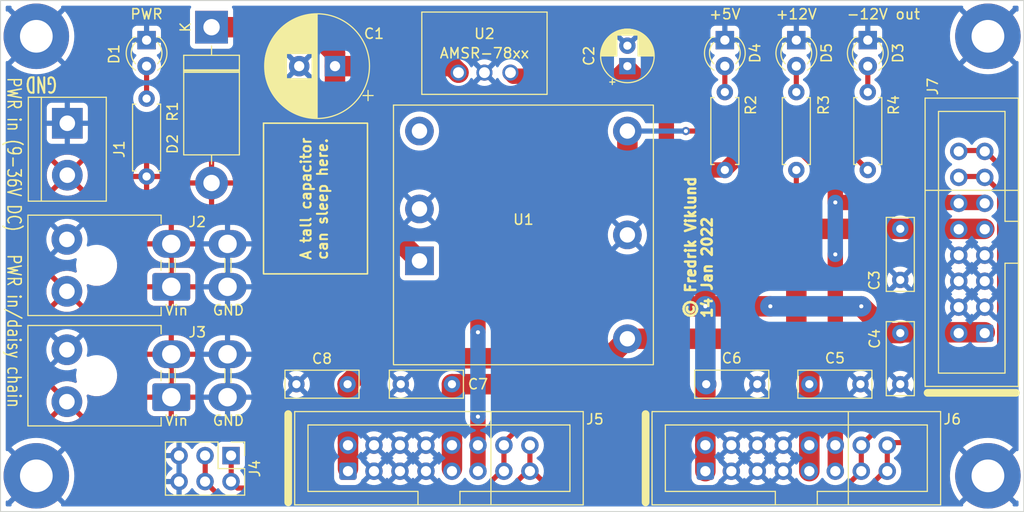
<source format=kicad_pcb>
(kicad_pcb (version 20211014) (generator pcbnew)
  (layers (0 "F.Cu" signal) (31 "B.Cu" signal) (34 "B.Paste" user) (35 "F.Paste" user) (36 "B.SilkS" user "B.Silkscreen") (37 "F.SilkS" user "F.Silkscreen") (38 "B.Mask" user) (39 "F.Mask" user) (44 "Edge.Cuts" user))
  (net 0 "")
  (net 1 "Net-(C1-Pad1)")
  (net 2 "GND")
  (net 3 "+5V")
  (net 4 "Net-(D1-Pad2)")
  (net 5 "-12V")
  (net 6 "Net-(D4-Pad2)")
  (net 7 "Net-(D5-Pad2)")
  (net 8 "+12V")
  (net 9 "Vin")
  (net 10 "Net-(D3-Pad2)")
  (net 12 "CV")
  (net 13 "GATE")
  (footprint "Resistor_THT:R_Axial_DIN0207_L6.3mm_D2.5mm_P7.62mm_Horizontal" (layer "F.Cu") (at 127.775 58.96 -90)
    (fp_text reference "R3" (at 1.27 -2.667 -270) (layer "F.SilkS"))
    (fp_text value "1K")
    (pad "1" thru_hole circle locked (at 0 0 270) (size 1.6 1.6) (drill 0.8) (layers *.Cu *.Mask) (net 7 "Net-(D5-Pad2)"))
    (pad "2" thru_hole oval locked (at 7.62 0 270) (size 1.6 1.6) (drill 0.8) (layers *.Cu *.Mask) (net 8 "+12V"))
  )
  (footprint "Capacitor_THT:C_Disc_D7.0mm_W2.5mm_P5.00mm" (layer "F.Cu") (at 94.12 87.535 180)
    (fp_text reference "C7" (at -2.54 0) (layer "F.SilkS"))
    (fp_text value "100nF")
    (pad "1" thru_hole circle locked (at 0 0 180) (size 1.6 1.6) (drill 0.8) (layers *.Cu *.Mask) (net 8 "+12V"))
    (pad "2" thru_hole circle locked (at 5 0 180) (size 1.6 1.6) (drill 0.8) (layers *.Cu *.Mask) (net 2 "GND"))
  )
  (footprint "Fredriks Footprints:R-785.0-0.5" (layer "F.Cu") (at 94.755 57.055)
    (fp_text reference "U2" (at 2.54 -3.805) (layer "F.SilkS"))
    (fp_text value "AMSR-78xx" (at 2.54 -1.9) (layer "F.SilkS"))
    (pad "1" thru_hole circle locked (at 0 -0.000001) (size 1.5748 1.5748) (drill 1.0668) (layers *.Cu *.Mask) (net 1 "Net-(C1-Pad1)"))
    (pad "2" thru_hole circle locked (at 2.54 -0.000001) (size 1.5748 1.5748) (drill 1.0668) (layers *.Cu *.Mask) (net 2 "GND"))
    (pad "3" thru_hole circle locked (at 5.08 -0.000001) (size 1.5748 1.5748) (drill 1.0668) (layers *.Cu *.Mask) (net 3 "+5V"))
  )
  (footprint "Resistor_THT:R_Axial_DIN0207_L6.3mm_D2.5mm_P7.62mm_Horizontal" (layer "F.Cu") (at 120.79 58.96 -90)
    (fp_text reference "R2" (at 1.27 -2.54 -270) (layer "F.SilkS"))
    (fp_text value "330")
    (pad "1" thru_hole circle locked (at 0 0 270) (size 1.6 1.6) (drill 0.8) (layers *.Cu *.Mask) (net 6 "Net-(D4-Pad2)"))
    (pad "2" thru_hole oval locked (at 7.62 0 270) (size 1.6 1.6) (drill 0.8) (layers *.Cu *.Mask) (net 3 "+5V"))
  )
  (footprint "MountingHole:MountingHole_3.2mm_M3_Pad" (layer "F.Cu") (at 146.5 96.5)
    (fp_text reference "H2" hide)
    (fp_text value "MountingHole" hide)
    (pad "1" thru_hole circle locked (at 0 0) (size 6.4 6.4) (drill 3.2) (layers *.Cu *.Mask) (net 2 "GND"))
  )
  (footprint "Fredriks Footprints:Molex_Mini-Fit_Jr_5569-04A2_2x02_P4.20mm_Horizontal - Vin_GND" (layer "F.Cu") (at 66.688 88.805 90)
    (fp_text reference "J3" (at 6.35 2.54) (layer "F.SilkS"))
    (fp_text value "PWR")
    (fp_text user "GND" (at -2.286 5.588 unlocked) (layer "F.SilkS"))
    (fp_text user "Vin" (at -2.286 0.508 unlocked) (layer "F.SilkS"))
    (pad "" np_thru_hole circle (at 2.1 -7.3 90) (size 3 3) (drill 3) (layers *.Cu *.Mask))
    (pad "1" thru_hole circle (at -0.44 -10.2 90) (size 3 3) (drill 1.52) (layers *.Cu *.Mask) (net 9 "Vin"))
    (pad "1" thru_hole roundrect (at 0 0 90) (size 2.7 3.7) (drill 1.8) (layers *.Cu *.Mask) (roundrect_rratio 0.092593) (net 9 "Vin"))
    (pad "2" thru_hole oval (at 4.2 0 90) (size 2.7 3.7) (drill 1.8) (layers *.Cu *.Mask) (net 9 "Vin"))
    (pad "3" thru_hole oval (at 0 5.5 90) (size 2.7 3.7) (drill 1.8) (layers *.Cu *.Mask) (net 2 "GND"))
    (pad "3" thru_hole circle (at 4.64 -10.2 90) (size 3 3) (drill 1.52) (layers *.Cu *.Mask) (net 2 "GND"))
    (pad "4" thru_hole oval (at 4.2 5.5 90) (size 2.7 3.7) (drill 1.8) (layers *.Cu *.Mask) (net 2 "GND"))
  )
  (footprint "MountingHole:MountingHole_3.2mm_M3_Pad" (layer "F.Cu") (at 53.5 53.5)
    (fp_text reference "H3" hide)
    (fp_text value "MountingHole" hide)
    (pad "1" thru_hole circle locked (at 0 0) (size 6.4 6.4) (drill 3.2) (layers *.Cu *.Mask) (net 2 "GND"))
  )
  (footprint "Capacitor_THT:C_Disc_D7.0mm_W2.5mm_P5.00mm" (layer "F.Cu") (at 137.935 87.535 90)
    (fp_text reference "C4" (at 4.445 -2.5 90) (layer "F.SilkS"))
    (fp_text value "100nF")
    (pad "1" thru_hole circle locked (at 0 0 90) (size 1.6 1.6) (drill 0.8) (layers *.Cu *.Mask) (net 2 "GND"))
    (pad "2" thru_hole circle locked (at 5 0 90) (size 1.6 1.6) (drill 0.8) (layers *.Cu *.Mask) (net 5 "-12V"))
  )
  (footprint "Resistor_THT:R_Axial_DIN0207_L6.3mm_D2.5mm_P7.62mm_Horizontal" (layer "F.Cu") (at 134.76 66.58 90)
    (fp_text reference "R4" (at 6.35 2.54 90) (layer "F.SilkS"))
    (fp_text value "1K")
    (pad "1" thru_hole circle locked (at 0 0 90) (size 1.6 1.6) (drill 0.8) (layers *.Cu *.Mask) (net 5 "-12V"))
    (pad "2" thru_hole oval locked (at 7.62 0 90) (size 1.6 1.6) (drill 0.8) (layers *.Cu *.Mask) (net 10 "Net-(D3-Pad2)"))
  )
  (footprint "Capacitor_THT:CP_Radial_D5.0mm_P2.00mm" (layer "F.Cu") (at 111.265 56.42 90)
    (fp_text reference "C2" (at 1 -3.75 90) (layer "F.SilkS"))
    (fp_text value "22u")
    (pad "1" thru_hole rect locked (at 0 0 90) (size 1.6 1.6) (drill 0.8) (layers *.Cu *.Mask) (net 3 "+5V"))
    (pad "2" thru_hole circle locked (at 2 0 90) (size 1.6 1.6) (drill 0.8) (layers *.Cu *.Mask) (net 2 "GND"))
  )
  (footprint "Capacitor_THT:C_Disc_D7.0mm_W2.5mm_P5.00mm" (layer "F.Cu") (at 123.965 87.535 180)
    (fp_text reference "C6" (at 2.5 2.54) (layer "F.SilkS"))
    (fp_text value "100nF")
    (pad "1" thru_hole circle locked (at 0 0 180) (size 1.6 1.6) (drill 0.8) (layers *.Cu *.Mask) (net 2 "GND"))
    (pad "2" thru_hole circle locked (at 5 0 180) (size 1.6 1.6) (drill 0.8) (layers *.Cu *.Mask) (net 5 "-12V"))
  )
  (footprint "Resistor_THT:R_Axial_DIN0207_L6.3mm_D2.5mm_P7.62mm_Horizontal" (layer "F.Cu") (at 64.275 59.595 -90)
    (fp_text reference "R1" (at 1.27 -2.54 90) (layer "F.SilkS"))
    (fp_text value "2.2K")
    (pad "1" thru_hole circle locked (at 0 0 270) (size 1.6 1.6) (drill 0.8) (layers *.Cu *.Mask) (net 4 "Net-(D1-Pad2)"))
    (pad "2" thru_hole oval locked (at 7.62 0 270) (size 1.6 1.6) (drill 0.8) (layers *.Cu *.Mask) (net 9 "Vin"))
  )
  (footprint "MountingHole:MountingHole_3.2mm_M3_Pad" (layer "F.Cu") (at 53.5 96.5)
    (fp_text reference "H4" hide)
    (fp_text value "MountingHole" hide)
    (pad "1" thru_hole circle locked (at 0 0) (size 6.4 6.4) (drill 3.2) (layers *.Cu *.Mask) (net 2 "GND"))
  )
  (footprint "Capacitor_THT:CP_Radial_D10.0mm_P3.50mm" (layer "F.Cu") (at 82.69 56.42 180)
    (fp_text reference "C1" (at -3.81 3.175) (layer "F.SilkS"))
    (fp_text value "120u")
    (pad "1" thru_hole rect locked (at 0 0 180) (size 2 2) (drill 1) (layers *.Cu *.Mask) (net 1 "Net-(C1-Pad1)"))
    (pad "2" thru_hole circle locked (at 3.5 0 180) (size 2 2) (drill 1) (layers *.Cu *.Mask) (net 2 "GND"))
  )
  (footprint "LED_THT:LED_D3.0mm" (layer "F.Cu") (at 120.79 53.875 -90)
    (fp_text reference "D4" (at 1.27 -2.96 -270) (layer "F.SilkS"))
    (fp_text value "+5V" hide)
    (fp_text user "+5V" (at -2.54 0 unlocked) (layer "F.SilkS"))
    (pad "1" thru_hole rect locked (at 0 0 270) (size 1.8 1.8) (drill 0.9) (layers *.Cu *.Mask) (net 2 "GND"))
    (pad "2" thru_hole circle locked (at 2.54 0 270) (size 1.8 1.8) (drill 0.9) (layers *.Cu *.Mask) (net 6 "Net-(D4-Pad2)"))
  )
  (footprint "Fredriks Footprints:Molex_Mini-Fit_Jr_5569-04A2_2x02_P4.20mm_Horizontal - Vin_GND" (layer "F.Cu") (at 66.688 78.01 90)
    (fp_text reference "J2" (at 6.35 2.54) (layer "F.SilkS"))
    (fp_text value "PWR")
    (fp_text user "Vin" (at -2.286 0.508 unlocked) (layer "F.SilkS"))
    (fp_text user "GND" (at -2.286 5.588 unlocked) (layer "F.SilkS"))
    (pad "" np_thru_hole circle (at 2.1 -7.3 90) (size 3 3) (drill 3) (layers *.Cu *.Mask))
    (pad "1" thru_hole circle (at -0.44 -10.2 90) (size 3 3) (drill 1.52) (layers *.Cu *.Mask) (net 9 "Vin"))
    (pad "1" thru_hole roundrect (at 0 0 90) (size 2.7 3.7) (drill 1.8) (layers *.Cu *.Mask) (roundrect_rratio 0.092593) (net 9 "Vin"))
    (pad "2" thru_hole oval (at 4.2 0 90) (size 2.7 3.7) (drill 1.8) (layers *.Cu *.Mask) (net 9 "Vin"))
    (pad "3" thru_hole circle (at 4.64 -10.2 90) (size 3 3) (drill 1.52) (layers *.Cu *.Mask) (net 2 "GND"))
    (pad "3" thru_hole oval (at 0 5.5 90) (size 2.7 3.7) (drill 1.8) (layers *.Cu *.Mask) (net 2 "GND"))
    (pad "4" thru_hole oval (at 4.2 5.5 90) (size 2.7 3.7) (drill 1.8) (layers *.Cu *.Mask) (net 2 "GND"))
  )
  (footprint "Capacitor_THT:C_Disc_D7.0mm_W2.5mm_P5.00mm" (layer "F.Cu") (at 137.935 72.335 -90)
    (fp_text reference "C3" (at 5.04 2.54 90) (layer "F.SilkS"))
    (fp_text value "100nF")
    (pad "1" thru_hole circle locked (at 0 0 270) (size 1.6 1.6) (drill 0.8) (layers *.Cu *.Mask) (net 8 "+12V"))
    (pad "2" thru_hole circle locked (at 5 0 270) (size 1.6 1.6) (drill 0.8) (layers *.Cu *.Mask) (net 2 "GND"))
  )
  (footprint "Fredriks Footprints:IDC-Header_2x08_vert_Eurorack_PWR_combo" (layer "F.Cu") (at 118.885 96.044 90)
    (fp_text reference "J6" (at 5.08 24.13 unlocked) (layer "F.SilkS"))
    (fp_text value "PWR_out_2")
    (pad "1" thru_hole roundrect (at 0 0 90) (size 1.7 1.7) (drill 1) (layers *.Cu *.Mask) (roundrect_rratio 0.147059) (net 5 "-12V"))
    (pad "2" thru_hole circle (at 2.54 0 90) (size 1.7 1.7) (drill 1) (layers *.Cu *.Mask) (net 5 "-12V"))
    (pad "3" thru_hole circle (at 0 2.54 90) (size 1.7 1.7) (drill 1) (layers *.Cu *.Mask) (net 2 "GND"))
    (pad "4" thru_hole circle (at 2.54 2.54 90) (size 1.7 1.7) (drill 1) (layers *.Cu *.Mask) (net 2 "GND"))
    (pad "5" thru_hole circle (at 0 5.08 90) (size 1.7 1.7) (drill 1) (layers *.Cu *.Mask) (net 2 "GND"))
    (pad "6" thru_hole circle (at 2.54 5.08 90) (size 1.7 1.7) (drill 1) (layers *.Cu *.Mask) (net 2 "GND"))
    (pad "7" thru_hole circle (at 0 7.62 90) (size 1.7 1.7) (drill 1) (layers *.Cu *.Mask) (net 2 "GND"))
    (pad "8" thru_hole circle (at 2.54 7.62 90) (size 1.7 1.7) (drill 1) (layers *.Cu *.Mask) (net 2 "GND"))
    (pad "9" thru_hole circle (at 0 10.16 90) (size 1.7 1.7) (drill 1) (layers *.Cu *.Mask) (net 8 "+12V"))
    (pad "10" thru_hole circle (at 2.54 10.16 90) (size 1.7 1.7) (drill 1) (layers *.Cu *.Mask) (net 8 "+12V"))
    (pad "11" thru_hole circle (at 0 12.7 90) (size 1.7 1.7) (drill 1) (layers *.Cu *.Mask) (net 3 "+5V"))
    (pad "12" thru_hole circle (at 2.54 12.7 90) (size 1.7 1.7) (drill 1) (layers *.Cu *.Mask) (net 3 "+5V"))
    (pad "13" thru_hole circle (at 0 15.24 90) (size 1.7 1.7) (drill 1) (layers *.Cu *.Mask) (net 12 "CV"))
    (pad "14" thru_hole circle (at 2.54 15.24 90) (size 1.7 1.7) (drill 1) (layers *.Cu *.Mask) (net 12 "CV"))
    (pad "15" thru_hole circle (at 0 17.78 90) (size 1.7 1.7) (drill 1) (layers *.Cu *.Mask) (net 13 "GATE"))
    (pad "16" thru_hole circle (at 2.54 17.78 90) (size 1.7 1.7) (drill 1) (layers *.Cu *.Mask) (net 13 "GATE"))
  )
  (footprint "Fredriks Footprints:DKMW30" (layer "F.Cu") (at 101.105 72.93)
    (fp_text reference "U1" (at 0 -1.5 unlocked) (layer "F.SilkS"))
    (fp_text value "TDK CCG30-48-12D")
    (pad "1" thru_hole rect (at -10.16 2.54 90) (size 2.8 2.8) (drill 1.5) (layers *.Cu *.Mask) (net 1 "Net-(C1-Pad1)"))
    (pad "2" thru_hole circle (at -10.16 -2.54 90) (size 2.8 2.8) (drill 1.5) (layers *.Cu *.Mask) (net 2 "GND"))
    (pad "3" thru_hole circle (at 10.16 10.16 90) (size 2.8 2.8) (drill 1.5) (layers *.Cu *.Mask) (net 8 "+12V"))
    (pad "4" thru_hole circle (at 10.16 0 90) (size 2.8 2.8) (drill 1.5) (layers *.Cu *.Mask) (net 2 "GND"))
    (pad "5" thru_hole circle (at 10.16 -10.16 90) (size 2.8 2.8) (drill 1.5) (layers *.Cu *.Mask) (net 5 "-12V"))
    (pad "6" thru_hole circle (at -10.16 -10.16 90) (size 2.8 2.8) (drill 1.5) (layers *.Cu *.Mask))
  )
  (footprint "MountingHole:MountingHole_3.2mm_M3_Pad" (layer "F.Cu") (at 146.5 53.5)
    (fp_text reference "H1" hide)
    (fp_text value "MountingHole" hide)
    (pad "1" thru_hole circle locked (at 0 0) (size 6.4 6.4) (drill 3.2) (layers *.Cu *.Mask) (net 2 "GND"))
  )
  (footprint "Connector_PinHeader_2.54mm:PinHeader_2x03_P2.54mm_Vertical" (layer "F.Cu") (at 72.53 94.52 -90)
    (fp_text reference "J4" (at 1.27 -2.33 90) (layer "F.SilkS"))
    (fp_text value "CV_GATE")
    (pad "1" thru_hole rect locked (at 0 0 270) (size 1.7 1.7) (drill 1) (layers *.Cu *.Mask) (net 12 "CV"))
    (pad "2" thru_hole oval locked (at 2.54 0 270) (size 1.7 1.7) (drill 1) (layers *.Cu *.Mask) (net 12 "CV"))
    (pad "3" thru_hole oval locked (at 0 2.54 270) (size 1.7 1.7) (drill 1) (layers *.Cu *.Mask) (net 13 "GATE"))
    (pad "4" thru_hole oval locked (at 2.54 2.54 270) (size 1.7 1.7) (drill 1) (layers *.Cu *.Mask) (net 13 "GATE"))
    (pad "5" thru_hole oval locked (at 0 5.08 270) (size 1.7 1.7) (drill 1) (layers *.Cu *.Mask) (net 2 "GND"))
    (pad "6" thru_hole oval locked (at 2.54 5.08 270) (size 1.7 1.7) (drill 1) (layers *.Cu *.Mask) (net 2 "GND"))
  )
  (footprint "LED_THT:LED_D3.0mm" (layer "F.Cu") (at 127.775 53.875 -90)
    (fp_text reference "D5" (at 1.27 -2.96 -270) (layer "F.SilkS"))
    (fp_text value "+12V" hide)
    (fp_text user "+12V" (at -2.54 0 unlocked) (layer "F.SilkS"))
    (pad "1" thru_hole rect locked (at 0 0 270) (size 1.8 1.8) (drill 0.9) (layers *.Cu *.Mask) (net 2 "GND"))
    (pad "2" thru_hole circle locked (at 2.54 0 270) (size 1.8 1.8) (drill 0.9) (layers *.Cu *.Mask) (net 7 "Net-(D5-Pad2)"))
  )
  (footprint "LED_THT:LED_D3.0mm" (layer "F.Cu") (at 64.275 53.875 -90)
    (fp_text reference "D1" (at 1.366487 3.175 90) (layer "F.SilkS"))
    (fp_text value "LED_IN" hide)
    (fp_text user "PWR" (at -2.54 0 unlocked) (layer "F.SilkS"))
    (pad "1" thru_hole rect locked (at 0 0 270) (size 1.8 1.8) (drill 0.9) (layers *.Cu *.Mask) (net 2 "GND"))
    (pad "2" thru_hole circle locked (at 2.54 0 270) (size 1.8 1.8) (drill 0.9) (layers *.Cu *.Mask) (net 4 "Net-(D1-Pad2)"))
  )
  (footprint "Fredriks Footprints:IDC-Header_2x08_vert_Eurorack_PWR_combo" (layer "F.Cu") (at 146.19 82.54 180)
    (fp_text reference "J7" (at 5.08 24.13 90 unlocked) (layer "F.SilkS"))
    (fp_text value "PWR_out_3")
    (pad "1" thru_hole roundrect (at 0 0 180) (size 1.7 1.7) (drill 1) (layers *.Cu *.Mask) (roundrect_rratio 0.147059) (net 5 "-12V"))
    (pad "2" thru_hole circle (at 2.54 0 180) (size 1.7 1.7) (drill 1) (layers *.Cu *.Mask) (net 5 "-12V"))
    (pad "3" thru_hole circle (at 0 2.54 180) (size 1.7 1.7) (drill 1) (layers *.Cu *.Mask) (net 2 "GND"))
    (pad "4" thru_hole circle (at 2.54 2.54 180) (size 1.7 1.7) (drill 1) (layers *.Cu *.Mask) (net 2 "GND"))
    (pad "5" thru_hole circle (at 0 5.08 180) (size 1.7 1.7) (drill 1) (layers *.Cu *.Mask) (net 2 "GND"))
    (pad "6" thru_hole circle (at 2.54 5.08 180) (size 1.7 1.7) (drill 1) (layers *.Cu *.Mask) (net 2 "GND"))
    (pad "7" thru_hole circle (at 0 7.62 180) (size 1.7 1.7) (drill 1) (layers *.Cu *.Mask) (net 2 "GND"))
    (pad "8" thru_hole circle (at 2.54 7.62 180) (size 1.7 1.7) (drill 1) (layers *.Cu *.Mask) (net 2 "GND"))
    (pad "9" thru_hole circle (at 0 10.16 180) (size 1.7 1.7) (drill 1) (layers *.Cu *.Mask) (net 8 "+12V"))
    (pad "10" thru_hole circle (at 2.54 10.16 180) (size 1.7 1.7) (drill 1) (layers *.Cu *.Mask) (net 8 "+12V"))
    (pad "11" thru_hole circle (at 0 12.7 180) (size 1.7 1.7) (drill 1) (layers *.Cu *.Mask) (net 3 "+5V"))
    (pad "12" thru_hole circle (at 2.54 12.7 180) (size 1.7 1.7) (drill 1) (layers *.Cu *.Mask) (net 3 "+5V"))
    (pad "13" thru_hole circle (at 0 15.24 180) (size 1.7 1.7) (drill 1) (layers *.Cu *.Mask) (net 12 "CV"))
    (pad "14" thru_hole circle (at 2.54 15.24 180) (size 1.7 1.7) (drill 1) (layers *.Cu *.Mask) (net 12 "CV"))
    (pad "15" thru_hole circle (at 0 17.78 180) (size 1.7 1.7) (drill 1) (layers *.Cu *.Mask) (net 13 "GATE"))
    (pad "16" thru_hole circle (at 2.54 17.78 180) (size 1.7 1.7) (drill 1) (layers *.Cu *.Mask) (net 13 "GATE"))
  )
  (footprint "Capacitor_THT:C_Disc_D7.0mm_W2.5mm_P5.00mm" (layer "F.Cu") (at 78.92 87.535)
    (fp_text reference "C8" (at 2.5 -2.5) (layer "F.SilkS"))
    (fp_text value "100nF")
    (pad "1" thru_hole circle locked (at 0 0) (size 1.6 1.6) (drill 0.8) (layers *.Cu *.Mask) (net 2 "GND"))
    (pad "2" thru_hole circle locked (at 5 0) (size 1.6 1.6) (drill 0.8) (layers *.Cu *.Mask) (net 5 "-12V"))
  )
  (footprint "Fredriks Footprints:IDC-Header_2x08_vert_Eurorack_PWR_combo" (layer "F.Cu") (at 83.96 96.044 90)
    (fp_text reference "J5" (at 5.08 24.13 unlocked) (layer "F.SilkS"))
    (fp_text value "PWR_out_1")
    (pad "1" thru_hole roundrect (at 0 0 90) (size 1.7 1.7) (drill 1) (layers *.Cu *.Mask) (roundrect_rratio 0.147059) (net 5 "-12V"))
    (pad "2" thru_hole circle (at 2.54 0 90) (size 1.7 1.7) (drill 1) (layers *.Cu *.Mask) (net 5 "-12V"))
    (pad "3" thru_hole circle (at 0 2.54 90) (size 1.7 1.7) (drill 1) (layers *.Cu *.Mask) (net 2 "GND"))
    (pad "4" thru_hole circle (at 2.54 2.54 90) (size 1.7 1.7) (drill 1) (layers *.Cu *.Mask) (net 2 "GND"))
    (pad "5" thru_hole circle (at 0 5.08 90) (size 1.7 1.7) (drill 1) (layers *.Cu *.Mask) (net 2 "GND"))
    (pad "6" thru_hole circle (at 2.54 5.08 90) (size 1.7 1.7) (drill 1) (layers *.Cu *.Mask) (net 2 "GND"))
    (pad "7" thru_hole circle (at 0 7.62 90) (size 1.7 1.7) (drill 1) (layers *.Cu *.Mask) (net 2 "GND"))
    (pad "8" thru_hole circle (at 2.54 7.62 90) (size 1.7 1.7) (drill 1) (layers *.Cu *.Mask) (net 2 "GND"))
    (pad "9" thru_hole circle (at 0 10.16 90) (size 1.7 1.7) (drill 1) (layers *.Cu *.Mask) (net 8 "+12V"))
    (pad "10" thru_hole circle (at 2.54 10.16 90) (size 1.7 1.7) (drill 1) (layers *.Cu *.Mask) (net 8 "+12V"))
    (pad "11" thru_hole circle (at 0 12.7 90) (size 1.7 1.7) (drill 1) (layers *.Cu *.Mask) (net 3 "+5V"))
    (pad "12" thru_hole circle (at 2.54 12.7 90) (size 1.7 1.7) (drill 1) (layers *.Cu *.Mask) (net 3 "+5V"))
    (pad "13" thru_hole circle (at 0 15.24 90) (size 1.7 1.7) (drill 1) (layers *.Cu *.Mask) (net 12 "CV"))
    (pad "14" thru_hole circle (at 2.54 15.24 90) (size 1.7 1.7) (drill 1) (layers *.Cu *.Mask) (net 12 "CV"))
    (pad "15" thru_hole circle (at 0 17.78 90) (size 1.7 1.7) (drill 1) (layers *.Cu *.Mask) (net 13 "GATE"))
    (pad "16" thru_hole circle (at 2.54 17.78 90) (size 1.7 1.7) (drill 1) (layers *.Cu *.Mask) (net 13 "GATE"))
  )
  (footprint "Diode_THT:D_DO-201AD_P15.24mm_Horizontal" (layer "F.Cu") (at 70.625 52.61 -90)
    (fp_text reference "D2" (at 11.43 3.81 90) (layer "F.SilkS"))
    (fp_text value "1N5400")
    (fp_text user "K" (at 0 2.54 90) (layer "F.SilkS"))
    (pad "1" thru_hole rect locked (at 0 0 270) (size 3.2 3.2) (drill 1.6) (layers *.Cu *.Mask) (net 1 "Net-(C1-Pad1)"))
    (pad "2" thru_hole oval locked (at 15.24 0 270) (size 3.2 3.2) (drill 1.6) (layers *.Cu *.Mask) (net 9 "Vin"))
  )
  (footprint "TerminalBlock:TerminalBlock_bornier-2_P5.08mm" (layer "F.Cu") (at 56.528 62.008 -90)
    (fp_text reference "J1" (at 2.54 -5.08 90) (layer "F.SilkS"))
    (fp_text value "PWR_in" hide)
    (fp_text user "PWR in (9-36V DC)" (at 3.048 5.207 -90 unlocked) (layer "F.SilkS") (effects (font (size 1.3 1))))
    (fp_text user "GND" (at -3.81 2.54 180 unlocked) (layer "F.SilkS") (effects (font (size 1.5 1) (thickness 0.2))))
    (pad "1" thru_hole rect locked (at 0 0 270) (size 3 3) (drill 1.52) (layers *.Cu *.Mask) (net 2 "GND"))
    (pad "2" thru_hole circle locked (at 5.08 0 270) (size 3 3) (drill 1.52) (layers *.Cu *.Mask) (net 9 "Vin"))
  )
  (footprint "Capacitor_THT:C_Disc_D7.0mm_W2.5mm_P5.00mm" (layer "F.Cu") (at 129.045 87.535)
    (fp_text reference "C5" (at 2.5 -2.54) (layer "F.SilkS"))
    (fp_text value "100nF")
    (pad "1" thru_hole circle locked (at 0 0) (size 1.6 1.6) (drill 0.8) (layers *.Cu *.Mask) (net 8 "+12V"))
    (pad "2" thru_hole circle locked (at 5 0) (size 1.6 1.6) (drill 0.8) (layers *.Cu *.Mask) (net 2 "GND"))
  )
  (footprint "LED_THT:LED_D3.0mm" (layer "F.Cu") (at 134.76 53.875 -90)
    (fp_text reference "D3" (at 1.27 -2.96 -270) (layer "F.SilkS"))
    (fp_text value "-12V" hide)
    (fp_text user "-12V out" (at -2.54 -1.524 unlocked) (layer "F.SilkS"))
    (pad "1" thru_hole rect locked (at 0 0 270) (size 1.8 1.8) (drill 0.9) (layers *.Cu *.Mask) (net 2 "GND"))
    (pad "2" thru_hole circle locked (at 2.54 0 270) (size 1.8 1.8) (drill 0.9) (layers *.Cu *.Mask) (net 10 "Net-(D3-Pad2)"))
  )
  (gr_rect (start 85.865 62) (end 75.705 76.74) (layer "F.SilkS") (width 0.15) (fill none))
  (gr_rect (start 150 100) (end 50 50) (layer "Edge.Cuts") (width 0.1) (fill none))
  (gr_text "© Fredrik Viklund \n14 Jan 2022" (at 118.25 81.185 90) (layer "F.SilkS") (effects (font (size 1 1) (thickness 0.25)) (justify left)))
  (gr_text "A tall capacitor \ncan sleep here." (at 80.658 75.47 90) (layer "F.SilkS") (effects (font (size 1 1) (thickness 0.2)) (justify left)))
  (gr_text "PWR in/daisy chain" (at 51.321 82.328 270) (layer "F.SilkS") (effects (font (size 1.3 1))))
  (segment (start 82.69 56.42) (end 82.69 59.595) (width 2) (layer "F.Cu") (net 1))
  (segment (start 82.69 59.595) (end 82.69 67.215) (width 2) (layer "F.Cu") (net 1))
  (segment (start 82.69 67.215) (end 90.945 75.47) (width 2) (layer "F.Cu") (net 1))
  (segment (start 80.15 52.61) (end 70.625 52.61) (width 2) (layer "F.Cu") (net 1))
  (segment (start 94.12 56.42) (end 82.69 56.42) (width 2) (layer "F.Cu") (net 1))
  (segment (start 82.69 56.42) (end 82.69 55.15) (width 2) (layer "F.Cu") (net 1))
  (segment (start 94.755 57.054999) (end 94.755 57.055) (width 2) (layer "F.Cu") (net 1))
  (segment (start 94.755 57.055) (end 94.12 56.42) (width 2) (layer "F.Cu") (net 1))
  (segment (start 82.69 55.15) (end 80.15 52.61) (width 2) (layer "F.Cu") (net 1))
  (segment (start 127.992037 64.04) (end 131.585 67.632963) (width 1.5) (layer "F.Cu") (net 3))
  (segment (start 99.835 57.115354) (end 100.122323 57.402677) (width 1.5) (layer "F.Cu") (net 3))
  (segment (start 111.265 58.96) (end 96.66 73.565) (width 1.5) (layer "F.Cu") (net 3))
  (segment (start 143.65 69.755) (end 131.585 69.755) (width 1.5) (layer "F.Cu") (net 3))
  (segment (start 111.265 56.42) (end 111.265 58.96) (width 1.5) (layer "F.Cu") (net 3))
  (segment (start 146.19 69.755) (end 143.65 69.755) (width 1.5) (layer "F.Cu") (net 3))
  (segment (start 123.33 64.04) (end 127.992037 64.04) (width 1.5) (layer "F.Cu") (net 3))
  (segment (start 120.79 66.58) (end 115.71 66.58) (width 1.5) (layer "F.Cu") (net 3))
  (segment (start 99.835 57.054999) (end 99.835 57.115354) (width 1.5) (layer "F.Cu") (net 3))
  (segment (start 115.71 66.58) (end 115.075 65.945) (width 1.5) (layer "F.Cu") (net 3))
  (segment (start 131.585 67.632963) (end 131.585 69.755) (width 1.5) (layer "F.Cu") (net 3))
  (segment (start 115.075 60.23) (end 115.075 65.945) (width 1.5) (layer "F.Cu") (net 3))
  (segment (start 96.66 73.565) (end 96.66 82.455) (width 1.5) (layer "F.Cu") (net 3))
  (segment (start 131.585 93.504) (end 131.585 74.835) (width 1.5) (layer "F.Cu") (net 3))
  (segment (start 120.79 66.58) (end 123.33 64.04) (width 1.5) (layer "F.Cu") (net 3))
  (segment (start 131.585 96.044) (end 131.585 93.504) (width 1.5) (layer "F.Cu") (net 3))
  (segment (start 111.265 56.42) (end 115.075 60.23) (width 1.5) (layer "F.Cu") (net 3))
  (segment (start 100.122323 57.402677) (end 110.282323 57.402677) (width 1.5) (layer "F.Cu") (net 3))
  (segment (start 110.282323 57.402677) (end 111.265 56.42) (width 1.5) (layer "F.Cu") (net 3))
  (segment (start 96.66 95.79) (end 96.66 90.71) (width 1.5) (layer "F.Cu") (net 3))
  (via (at 131.585 69.755) (size 0.8) (drill 0.4) (layers "F.Cu" "B.Cu") (net 3))
  (via (at 96.66 82.455) (size 0.8) (drill 0.4) (layers "F.Cu" "B.Cu") (net 3))
  (via (at 96.66 90.71) (size 0.8) (drill 0.4) (layers "F.Cu" "B.Cu") (net 3))
  (via (at 131.585 74.835) (size 0.8) (drill 0.4) (layers "F.Cu" "B.Cu") (net 3))
  (segment (start 96.66 82.455) (end 96.66 90.71) (width 1.5) (layer "B.Cu") (net 3))
  (segment (start 131.585 74.835) (end 131.585 69.755) (width 1.5) (layer "B.Cu") (net 3))
  (segment (start 64.275 59.595) (end 64.275 56.415) (width 0.5) (layer "F.Cu") (net 4))
  (segment (start 137.935 82.535) (end 136.745 82.535) (width 2) (layer "F.Cu") (net 5))
  (segment (start 118.885 79.915) (end 118.885 75.47) (width 2) (layer "F.Cu") (net 5))
  (segment (start 118.965 87.535) (end 118.885 87.535) (width 0.5) (layer "F.Cu") (net 5))
  (segment (start 138.015 82.455) (end 137.935 82.535) (width 2) (layer "F.Cu") (net 5))
  (segment (start 130.95 62.77) (end 116.98 62.77) (width 0.5) (layer "F.Cu") (net 5))
  (segment (start 118.885 93.504) (end 118.885 87.615) (width 2) (layer "F.Cu") (net 5))
  (segment (start 83.92 87.535) (end 86.46 84.995) (width 2) (layer "F.Cu") (net 5))
  (segment (start 118.885 79.915) (end 125.235 79.915) (width 2) (layer "F.Cu") (net 5))
  (segment (start 109.995 79.915) (end 118.885 79.915) (width 2) (layer "F.Cu") (net 5))
  (segment (start 111.265 67.85) (end 111.265 62.77) (width 2) (layer "F.Cu") (net 5))
  (segment (start 86.46 84.995) (end 104.915 84.995) (width 2) (layer "F.Cu") (net 5))
  (segment (start 118.885 75.47) (end 111.265 67.85) (width 2) (layer "F.Cu") (net 5))
  (segment (start 134.76 66.58) (end 130.95 62.77) (width 0.5) (layer "F.Cu") (net 5))
  (segment (start 83.96 87.575) (end 83.92 87.535) (width 2) (layer "F.Cu") (net 5))
  (segment (start 118.885 87.615) (end 118.965 87.535) (width 2) (layer "F.Cu") (net 5))
  (segment (start 146.19 82.455) (end 138.015 82.455) (width 2) (layer "F.Cu") (net 5))
  (segment (start 136.745 82.535) (end 134.125 79.915) (width 2) (layer "F.Cu") (net 5))
  (segment (start 83.96 95.79) (end 83.96 93.25) (width 2) (layer "F.Cu") (net 5))
  (segment (start 118.885 96.044) (end 118.885 93.504) (width 2) (layer "F.Cu") (net 5))
  (segment (start 104.915 84.995) (end 109.995 79.915) (width 2) (layer "F.Cu") (net 5))
  (segment (start 83.96 93.25) (end 83.96 87.575) (width 2) (layer "F.Cu") (net 5))
  (via (at 134.125 79.915) (size 0.8) (drill 0.4) (layers "F.Cu" "B.Cu") (net 5))
  (via (at 125.235 79.915) (size 0.8) (drill 0.4) (layers "F.Cu" "B.Cu") (net 5))
  (via (at 116.98 62.77) (size 0.8) (drill 0.4) (layers "F.Cu" "B.Cu") (net 5))
  (via (at 118.885 79.915) (size 0.8) (drill 0.4) (layers "F.Cu" "B.Cu") (net 5))
  (segment (start 116.98 62.77) (end 111.265 62.77) (width 0.5) (layer "B.Cu") (net 5))
  (segment (start 118.885 79.915) (end 118.885 87.455) (width 2) (layer "B.Cu") (net 5))
  (segment (start 125.235 79.915) (end 134.125 79.915) (width 2) (layer "B.Cu") (net 5))
  (segment (start 118.885 87.455) (end 118.965 87.535) (width 2) (layer "B.Cu") (net 5))
  (segment (start 120.79 58.96) (end 120.79 56.415) (width 0.5) (layer "F.Cu") (net 6))
  (segment (start 127.775 56.415) (end 127.775 58.96) (width 0.5) (layer "F.Cu") (net 7))
  (segment (start 146.145489 72.339511) (end 127.819511 72.339511) (width 2) (layer "F.Cu") (net 8))
  (segment (start 94.12 93.25) (end 94.12 95.79) (width 2) (layer "F.Cu") (net 8))
  (segment (start 129.045 87.535) (end 129.045 93.504) (width 2) (layer "F.Cu") (net 8))
  (segment (start 94.12 93.25) (end 94.12 87.535) (width 2) (layer "F.Cu") (net 8))
  (segment (start 106.82 87.535) (end 111.265 83.09) (width 2) (layer "F.Cu") (net 8))
  (segment (start 129.045 87.535) (end 129.045 84.36) (width 2) (layer "F.Cu") (net 8))
  (segment (start 129.045 96.044) (end 129.045 93.504) (width 2) (layer "F.Cu") (net 8))
  (segment (start 111.265 83.09) (end 127.775 83.09) (width 2) (layer "F.Cu") (net 8))
  (segment (start 129.045 84.36) (end 127.775 83.09) (width 2) (layer "F.Cu") (net 8))
  (segment (start 127.775 72.295) (end 127.775 83.09) (width 2) (layer "F.Cu") (net 8))
  (segment (start 127.819511 72.339511) (end 127.775 72.295) (width 2) (layer "F.Cu") (net 8))
  (segment (start 94.12 87.535) (end 106.82 87.535) (width 2) (layer "F.Cu") (net 8))
  (segment (start 127.775 66.58) (end 127.775 72.295) (width 0.5) (layer "F.Cu") (net 8))
  (segment (start 66.28 88.705) (end 66.38 88.805) (width 2) (layer "F.Cu") (net 9))
  (segment (start 66.38 88.805) (end 66.688 88.805) (width 2) (layer "F.Cu") (net 9))
  (segment (start 134.76 58.96) (end 134.76 56.415) (width 0.5) (layer "F.Cu") (net 10))
  (segment (start 146.19 67.215) (end 147.63952 68.66452) (width 0.5) (layer "F.Cu") (net 12))
  (segment (start 72.545 94.525) (end 72.545 97.065) (width 0.5) (layer "F.Cu") (net 12))
  (segment (start 134.125 93.504) (end 134.125 96.044) (width 0.5) (layer "F.Cu") (net 12))
  (segment (start 136.284 91.345) (end 134.125 93.504) (width 0.5) (layer "F.Cu") (net 12))
  (segment (start 132.474 97.695) (end 134.125 96.044) (width 0.5) (layer "F.Cu") (net 12))
  (segment (start 99.2 93.25) (end 101.105 91.345) (width 0.5) (layer "F.Cu") (net 12))
  (segment (start 105.55 97.695) (end 132.474 97.695) (width 0.5) (layer "F.Cu") (net 12))
  (segment (start 143.65 67.215) (end 146.19 67.215) (width 0.5) (layer "F.Cu") (net 12))
  (segment (start 147.63952 68.66452) (end 147.63952 86.72048) (width 0.5) (layer "F.Cu") (net 12))
  (segment (start 104.28 96.425) (end 105.55 97.695) (width 0.5) (layer "F.Cu") (net 12))
  (segment (start 102.375 91.345) (end 104.28 93.25) (width 0.5) (layer "F.Cu") (net 12))
  (segment (start 101.105 91.345) (end 102.375 91.345) (width 0.5) (layer "F.Cu") (net 12))
  (segment (start 73.165 97.695) (end 97.295 97.695) (width 0.5) (layer "F.Cu") (net 12))
  (segment (start 147.63952 86.72048) (end 143.015 91.345) (width 0.5) (layer "F.Cu") (net 12))
  (segment (start 99.2 95.79) (end 99.2 93.25) (width 0.5) (layer "F.Cu") (net 12))
  (segment (start 104.28 93.25) (end 104.28 96.425) (width 0.5) (layer "F.Cu") (net 12))
  (segment (start 97.295 97.695) (end 99.2 95.79) (width 0.5) (layer "F.Cu") (net 12))
  (segment (start 143.015 91.345) (end 136.284 91.345) (width 0.5) (layer "F.Cu") (net 12))
  (segment (start 72.53 97.06) (end 73.165 97.695) (width 0.5) (layer "F.Cu") (net 12))
  (segment (start 136.665 93.504) (end 136.919 93.25) (width 0.5) (layer "F.Cu") (net 13))
  (segment (start 136.919 93.25) (end 142.38 93.25) (width 0.5) (layer "F.Cu") (net 13))
  (segment (start 146.19 64.675) (end 143.65 64.675) (width 0.5) (layer "F.Cu") (net 13))
  (segment (start 70 97.06) (end 70.005 97.065) (width 0.5) (layer "F.Cu") (net 13))
  (segment (start 98.565 98.965) (end 101.74 95.79) (width 0.5) (layer "F.Cu") (net 13))
  (segment (start 148.79451 67.27951) (end 146.19 64.675) (width 0.5) (layer "F.Cu") (net 13))
  (segment (start 101.74 93.25) (end 101.74 95.79) (width 0.5) (layer "F.Cu") (net 13))
  (segment (start 71.895 98.965) (end 98.565 98.965) (width 0.5) (layer "F.Cu") (net 13))
  (segment (start 136.411 96.044) (end 136.665 96.044) (width 0.5) (layer "F.Cu") (net 13))
  (segment (start 69.99 97.06) (end 71.895 98.965) (width 0.5) (layer "F.Cu") (net 13))
  (segment (start 69.99 97.06) (end 70 97.06) (width 0.5) (layer "F.Cu") (net 13))
  (segment (start 70.005 94.525) (end 70.005 97.065) (width 0.5) (layer "F.Cu") (net 13))
  (segment (start 142.38 93.25) (end 148.79451 86.83549) (width 0.5) (layer "F.Cu") (net 13))
  (segment (start 136.665 96.044) (end 136.665 93.504) (width 0.5) (layer "F.Cu") (net 13))
  (segment (start 133.49 98.965) (end 136.411 96.044) (width 0.5) (layer "F.Cu") (net 13))
  (segment (start 101.74 95.79) (end 104.915 98.965) (width 0.5) (layer "F.Cu") (net 13))
  (segment (start 104.915 98.965) (end 133.49 98.965) (width 0.5) (layer "F.Cu") (net 13))
  (segment (start 148.79451 86.83549) (end 148.79451 67.27951) (width 0.5) (layer "F.Cu") (net 13))
  (zone (net 9) (net_name "Vin") (layer "F.Cu") (connect_pads (clearance 0.508)) (min_thickness 0.254) (fill yes (thermal_gap 0.508) (thermal_bridge_width 0.508))
    (polygon (pts (xy 73.8 71.025) (xy 69.603849 71.025) (xy 69.603849 91.726) (xy 53.48 91.726) (xy 53.48 86.646) (xy 62.37 86.646) (xy 62.37 81.058) (xy 53.48 81.058) (xy 53.48 75.724) (xy 62.37 75.724) (xy 62.37 71.025) (xy 53.353 71.025) (xy 53.353 64.04) (xy 73.8 64.04)))
  )
  (zone (net 2) (net_name "GND") (layer "B.Cu") (name "GND_plane") (connect_pads (clearance 0.508)) (min_thickness 0.254) (fill yes (thermal_gap 0.508) (thermal_bridge_width 0.508))
    (polygon (pts (xy 150 100) (xy 50 100) (xy 50 50) (xy 150 50)))
  )
)
</source>
